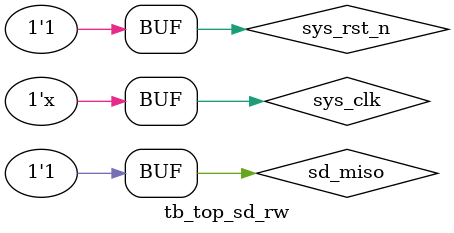
<source format=v>
`timescale 1ns/1ns
module tb_top_sd_rw();

reg sys_clk;
reg sys_rst_n;
reg sd_miso;
wire  sd_clk;
wire  sd_cs;
wire  sd_mosi;
wire [3:0] led;

initial begin
    sys_clk <= 1'b0;
    sys_rst_n <= 1'b0;
    sd_miso <= 1'b1;
    #200
    sys_rst_n <= 1'b1;
end

always #10 sys_clk <= ~sys_clk;




top_sd_rw inst(
.sys_clk    () ,  //系统时钟
.sys_rst_n  () ,  //系统复位，低电平有效

.sd_miso    () ,  //SD卡SPI串行输入数据信号
.sd_clk     () ,  //SD卡SPI时钟信号
.sd_cs      () ,  //SD卡SPI片选信号
.sd_mosi    () ,  //SD卡SPI串行输出数据信号

.led        ()    //LED灯
    );








endmodule

</source>
